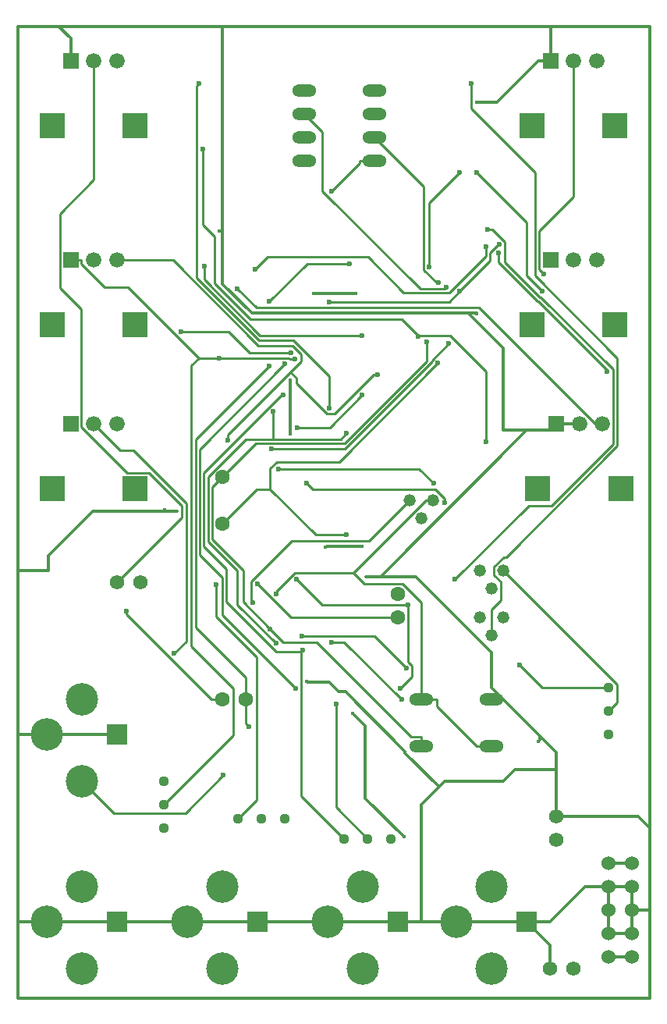
<source format=gbr>
G04 #@! TF.FileFunction,Copper,L2,Bot,Signal*
%FSLAX46Y46*%
G04 Gerber Fmt 4.6, Leading zero omitted, Abs format (unit mm)*
G04 Created by KiCad (PCBNEW 4.0.4-stable) date 09/25/16 23:13:10*
%MOMM*%
%LPD*%
G01*
G04 APERTURE LIST*
%ADD10C,0.100000*%
%ADD11R,2.247900X2.247900*%
%ADD12C,3.515360*%
%ADD13C,1.524000*%
%ADD14C,1.600200*%
%ADD15C,1.574800*%
%ADD16R,1.676400X1.676400*%
%ADD17C,1.676400*%
%ADD18R,2.799080X2.799080*%
%ADD19O,2.641600X1.320800*%
%ADD20C,1.117600*%
%ADD21C,1.320800*%
%ADD22C,0.400000*%
%ADD23C,0.600000*%
%ADD24C,0.380000*%
%ADD25C,0.250000*%
G04 APERTURE END LIST*
D10*
D11*
X90170000Y-118110000D03*
D12*
X82550000Y-118110000D03*
X86360000Y-123190000D03*
X86360000Y-114300000D03*
D11*
X120650000Y-138430000D03*
D12*
X113030000Y-138430000D03*
X116840000Y-143510000D03*
X116840000Y-134620000D03*
D13*
X146050000Y-142240000D03*
X143510000Y-142240000D03*
X146050000Y-139700000D03*
X143510000Y-139700000D03*
X146050000Y-137160000D03*
X143510000Y-137160000D03*
X146050000Y-134620000D03*
X143510000Y-134620000D03*
X146050000Y-132080000D03*
X143510000Y-132080000D03*
D11*
X134620000Y-138430000D03*
D12*
X127000000Y-138430000D03*
X130810000Y-143510000D03*
X130810000Y-134620000D03*
D14*
X101600000Y-95250000D03*
X101600000Y-90170000D03*
X101600000Y-114300000D03*
X104140000Y-114300000D03*
D15*
X92710000Y-101600000D03*
X90170000Y-101600000D03*
D14*
X120650000Y-105410000D03*
X120650000Y-102870000D03*
D15*
X137795000Y-129540000D03*
X137795000Y-127000000D03*
X137160000Y-143510000D03*
X139700000Y-143510000D03*
D16*
X85130640Y-66662300D03*
D17*
X87630000Y-66662300D03*
X90129360Y-66662300D03*
D18*
X92128340Y-73660000D03*
X83131660Y-73660000D03*
D19*
X130810000Y-119380000D03*
X123190000Y-119380000D03*
X123190000Y-114300000D03*
X130810000Y-114300000D03*
D16*
X137835640Y-84442300D03*
D17*
X140335000Y-84442300D03*
X142834360Y-84442300D03*
D18*
X144833340Y-91440000D03*
X135836660Y-91440000D03*
D11*
X105410000Y-138430000D03*
D12*
X97790000Y-138430000D03*
X101600000Y-143510000D03*
X101600000Y-134620000D03*
D16*
X85130640Y-45072300D03*
D17*
X87630000Y-45072300D03*
X90129360Y-45072300D03*
D18*
X92128340Y-52070000D03*
X83131660Y-52070000D03*
D16*
X85130640Y-84442300D03*
D17*
X87630000Y-84442300D03*
X90129360Y-84442300D03*
D18*
X92128340Y-91440000D03*
X83131660Y-91440000D03*
D20*
X95250000Y-128270000D03*
X95250000Y-125730000D03*
X95250000Y-123190000D03*
D19*
X110490000Y-48260000D03*
X110490000Y-50800000D03*
X110490000Y-53340000D03*
X110490000Y-55880000D03*
X118110000Y-55880000D03*
X118110000Y-53340000D03*
X118110000Y-50800000D03*
X118110000Y-48260000D03*
D16*
X137200640Y-66662300D03*
D17*
X139700000Y-66662300D03*
X142199360Y-66662300D03*
D18*
X144198340Y-73660000D03*
X135201660Y-73660000D03*
D21*
X121920000Y-92710000D03*
X123190000Y-94615000D03*
X124460000Y-92710000D03*
X132080000Y-105410000D03*
X130810000Y-107315000D03*
X129540000Y-105410000D03*
X129540000Y-100330000D03*
X130810000Y-102235000D03*
X132080000Y-100330000D03*
D20*
X103251000Y-127254000D03*
X105791000Y-127254000D03*
X108331000Y-127254000D03*
D11*
X90170000Y-138430000D03*
D12*
X82550000Y-138430000D03*
X86360000Y-143510000D03*
X86360000Y-134620000D03*
D20*
X119888000Y-129413000D03*
X117348000Y-129413000D03*
X114808000Y-129413000D03*
D16*
X137200640Y-45072300D03*
D17*
X139700000Y-45072300D03*
X142199360Y-45072300D03*
D18*
X144198340Y-52070000D03*
X135201660Y-52070000D03*
D20*
X143510000Y-113030000D03*
X143510000Y-115570000D03*
X143510000Y-118110000D03*
D22*
X115760000Y-115824000D03*
X121285000Y-129222000D03*
X116713000Y-97663000D03*
X112776000Y-97790000D03*
X111506000Y-70231000D03*
X116078000Y-70231000D03*
X108966000Y-79629000D03*
X108966000Y-85471000D03*
D23*
X125064500Y-69126200D03*
X124996900Y-77827500D03*
X115051100Y-96458400D03*
X106790100Y-106680000D03*
X123745900Y-75489500D03*
X124053100Y-67433000D03*
X127320000Y-57155500D03*
X91181300Y-104757900D03*
X104460000Y-117265400D03*
X115379200Y-67022400D03*
X106659800Y-71149400D03*
X106659800Y-78110000D03*
X100929700Y-101858800D03*
X105384600Y-101731900D03*
X126836900Y-101271800D03*
X130392000Y-63299700D03*
D22*
X129217000Y-49571300D03*
X135890000Y-118887000D03*
X101280000Y-63515800D03*
X118536000Y-100965000D03*
X95287700Y-93715300D03*
X129217000Y-72438700D03*
X110740000Y-112319000D03*
D23*
X101277400Y-77267400D03*
X127349400Y-70052300D03*
X109474800Y-77421400D03*
X113217500Y-71189400D03*
X131621800Y-64932900D03*
X118462600Y-79116600D03*
X102178400Y-86198000D03*
X107405600Y-102828800D03*
X103213600Y-69754400D03*
X96348400Y-109337500D03*
X116772000Y-81317100D03*
X109731900Y-84824600D03*
X116738800Y-74814400D03*
X99645100Y-67293500D03*
X109080600Y-76676800D03*
X97106800Y-74428400D03*
X110285200Y-108980200D03*
X108217000Y-81256200D03*
X113202700Y-82703300D03*
X99072000Y-47465300D03*
X121775500Y-104051100D03*
X109629300Y-101248700D03*
X120912100Y-113103300D03*
X125695300Y-92953000D03*
X110700000Y-90823700D03*
X126185400Y-75702500D03*
X106908100Y-87148600D03*
X125884300Y-69576500D03*
X109529200Y-113144300D03*
X108374800Y-77916400D03*
X113408500Y-59208100D03*
X130199500Y-65215800D03*
X105182300Y-67688800D03*
X104851500Y-103815400D03*
X131538800Y-65866200D03*
X143341000Y-78763000D03*
X115056400Y-85448100D03*
X107405200Y-108224600D03*
X107115100Y-83057400D03*
X99433500Y-54630100D03*
X130206400Y-86386300D03*
X122870000Y-74915200D03*
X113433700Y-108139600D03*
X121032500Y-114340700D03*
X121550200Y-110918800D03*
X110186000Y-107429700D03*
X128559400Y-47514500D03*
X124528000Y-90879600D03*
X107647000Y-89308500D03*
X101684100Y-122549800D03*
X136502400Y-68171200D03*
X136292100Y-70028600D03*
X129217400Y-57144400D03*
X133886300Y-110591100D03*
X113919200Y-114807100D03*
D24*
X117094000Y-117158000D02*
X115760000Y-115824000D01*
X117094000Y-125032000D02*
X117094000Y-117158000D01*
X121285000Y-129222000D02*
X117094000Y-125032000D01*
X143510000Y-132080000D02*
X146050000Y-132080000D01*
X112903000Y-97663000D02*
X116713000Y-97663000D01*
X112776000Y-97790000D02*
X112903000Y-97663000D01*
X116078000Y-70231000D02*
X111506000Y-70231000D01*
X108966000Y-85471000D02*
X108966000Y-79629000D01*
X143510000Y-142240000D02*
X146050000Y-142240000D01*
D25*
X123409600Y-58639600D02*
X118110000Y-53340000D01*
X123409600Y-67693300D02*
X123409600Y-58639600D01*
X124842500Y-69126200D02*
X123409600Y-67693300D01*
X125064500Y-69126200D02*
X124842500Y-69126200D01*
X105351100Y-91498900D02*
X106762400Y-91498900D01*
X101600000Y-95250000D02*
X105351100Y-91498900D01*
X114261500Y-88562900D02*
X124996900Y-77827500D01*
X107474900Y-88562900D02*
X114261500Y-88562900D01*
X106762400Y-89275400D02*
X107474900Y-88562900D01*
X106762400Y-91498900D02*
X106762400Y-89275400D01*
X111721900Y-96458400D02*
X115051100Y-96458400D01*
X106762400Y-91498900D02*
X111721900Y-96458400D01*
X123190000Y-119380000D02*
X123190000Y-118394300D01*
X124053100Y-60422400D02*
X124053100Y-67433000D01*
X127320000Y-57155500D02*
X124053100Y-60422400D01*
X123745900Y-77651300D02*
X123745900Y-75489500D01*
X114882100Y-86515100D02*
X123745900Y-77651300D01*
X105254900Y-86515100D02*
X114882100Y-86515100D01*
X101600000Y-90170000D02*
X105254900Y-86515100D01*
X122097100Y-118394300D02*
X123190000Y-118394300D01*
X111808200Y-108105400D02*
X122097100Y-118394300D01*
X108215500Y-108105400D02*
X111808200Y-108105400D01*
X106790100Y-106680000D02*
X108215500Y-108105400D01*
X100474600Y-91295400D02*
X101600000Y-90170000D01*
X100474600Y-96974100D02*
X100474600Y-91295400D01*
X103852600Y-100352100D02*
X100474600Y-96974100D01*
X103852600Y-103742500D02*
X103852600Y-100352100D01*
X106790100Y-106680000D02*
X103852600Y-103742500D01*
X100426600Y-114300000D02*
X101600000Y-114300000D01*
X91181300Y-105054700D02*
X100426600Y-114300000D01*
X91181300Y-104757900D02*
X91181300Y-105054700D01*
X104140000Y-116945400D02*
X104140000Y-114300000D01*
X104460000Y-117265400D02*
X104140000Y-116945400D01*
X110786800Y-67022400D02*
X115379200Y-67022400D01*
X106659800Y-71149400D02*
X110786800Y-67022400D01*
X98670900Y-86098900D02*
X106659800Y-78110000D01*
X98670900Y-106496700D02*
X98670900Y-86098900D01*
X104140000Y-111965800D02*
X98670900Y-106496700D01*
X104140000Y-114300000D02*
X104140000Y-111965800D01*
X97218400Y-94551600D02*
X90170000Y-101600000D01*
X97218400Y-93271000D02*
X97218400Y-94551600D01*
X93662600Y-89715200D02*
X97218400Y-93271000D01*
X91222200Y-89715200D02*
X93662600Y-89715200D01*
X86294200Y-84787200D02*
X91222200Y-89715200D01*
X86294200Y-72003000D02*
X86294200Y-84787200D01*
X83967000Y-69675800D02*
X86294200Y-72003000D01*
X83967000Y-61597400D02*
X83967000Y-69675800D01*
X87630000Y-57934400D02*
X83967000Y-61597400D01*
X87630000Y-45072300D02*
X87630000Y-57934400D01*
X109062700Y-105410000D02*
X105384600Y-101731900D01*
X120650000Y-105410000D02*
X109062700Y-105410000D01*
X100929700Y-105330800D02*
X100929700Y-101858800D01*
X105309300Y-109710400D02*
X100929700Y-105330800D01*
X105309300Y-125195700D02*
X105309300Y-109710400D01*
X103251000Y-127254000D02*
X105309300Y-125195700D01*
X134848400Y-93260300D02*
X126836900Y-101271800D01*
X137338400Y-93260300D02*
X134848400Y-93260300D01*
X143997900Y-86600800D02*
X137338400Y-93260300D01*
X143997900Y-78515100D02*
X143997900Y-86600800D01*
X136136700Y-70653900D02*
X143997900Y-78515100D01*
X136020400Y-70653900D02*
X136136700Y-70653900D01*
X132247100Y-66880600D02*
X136020400Y-70653900D01*
X132247100Y-64673800D02*
X132247100Y-66880600D01*
X130873000Y-63299700D02*
X132247100Y-64673800D01*
X130392000Y-63299700D02*
X130873000Y-63299700D01*
D24*
X146685000Y-127000000D02*
X147955000Y-128270000D01*
X137795000Y-127000000D02*
X146685000Y-127000000D01*
X132093000Y-85077300D02*
X132080000Y-85090000D01*
X85130600Y-42585600D02*
X83820000Y-41275000D01*
X85130600Y-45072300D02*
X85130600Y-42585600D01*
X127000000Y-138430000D02*
X134620000Y-138430000D01*
X137160000Y-138430000D02*
X134620000Y-138430000D01*
X140970000Y-134620000D02*
X137160000Y-138430000D01*
X143510000Y-134620000D02*
X140970000Y-134620000D01*
X137160000Y-140970000D02*
X137160000Y-143510000D01*
X134620000Y-138430000D02*
X137160000Y-140970000D01*
X146050000Y-137160000D02*
X147955000Y-137160000D01*
X146050000Y-137160000D02*
X146050000Y-134620000D01*
X147955000Y-137160000D02*
X147955000Y-137795000D01*
X79375000Y-146685000D02*
X79375000Y-138430000D01*
X147955000Y-146685000D02*
X79375000Y-146685000D01*
X147955000Y-137795000D02*
X147955000Y-146685000D01*
X79375000Y-41275000D02*
X83820000Y-41275000D01*
X79375000Y-100330000D02*
X79375000Y-41275000D01*
X147955000Y-41275000D02*
X147955000Y-128270000D01*
X137211000Y-41275000D02*
X147955000Y-41275000D01*
X146050000Y-134620000D02*
X143510000Y-134620000D01*
X82550000Y-138430000D02*
X79375000Y-138430000D01*
X134620000Y-85077300D02*
X132093000Y-85077300D01*
X137795000Y-121920000D02*
X137795000Y-127000000D01*
X90170000Y-138430000D02*
X82550000Y-138430000D01*
X105410000Y-138430000D02*
X97790000Y-138430000D01*
X140335000Y-84442300D02*
X137836000Y-84442300D01*
X137201000Y-85077300D02*
X134620000Y-85077300D01*
X137836000Y-84442700D02*
X137201000Y-85077300D01*
X130810000Y-114300000D02*
X131445000Y-113665000D01*
X130810000Y-113030000D02*
X131445000Y-113665000D01*
X130810000Y-109220000D02*
X130810000Y-113030000D01*
X122555000Y-100965000D02*
X130810000Y-109220000D01*
X118936000Y-100965000D02*
X122555000Y-100965000D01*
X137795000Y-120015000D02*
X137795000Y-121920000D01*
X136044000Y-118264000D02*
X137795000Y-120015000D01*
X131445000Y-113665000D02*
X136044000Y-118264000D01*
X136044000Y-118733000D02*
X135890000Y-118887000D01*
X136044000Y-118264000D02*
X136044000Y-118733000D01*
X97790000Y-138430000D02*
X90170000Y-138430000D01*
X118745000Y-100965000D02*
X118536000Y-100965000D01*
X134620000Y-85090000D02*
X118745000Y-100965000D01*
X134620000Y-85077300D02*
X134620000Y-85090000D01*
X87503000Y-93853000D02*
X95150000Y-93853000D01*
X82677000Y-98679000D02*
X87503000Y-93853000D01*
X82677000Y-100330000D02*
X82677000Y-98679000D01*
X79375000Y-100330000D02*
X82677000Y-100330000D01*
X95150000Y-93853000D02*
X96647000Y-93853000D01*
X95150000Y-93853000D02*
X95287700Y-93715300D01*
X117221000Y-100965000D02*
X117158000Y-101028000D01*
X118536000Y-100965000D02*
X117221000Y-100965000D01*
X104775000Y-72390000D02*
X128270000Y-72390000D01*
X101600000Y-69215000D02*
X104775000Y-72390000D01*
X101600000Y-63515800D02*
X101600000Y-69215000D01*
X132093000Y-84442300D02*
X132093000Y-85077300D01*
X132080000Y-84455000D02*
X132093000Y-84442300D01*
X132080000Y-76200000D02*
X132080000Y-84455000D01*
X128270000Y-72390000D02*
X132080000Y-76200000D01*
X129169000Y-72390000D02*
X129217000Y-72438700D01*
X128270000Y-72390000D02*
X129169000Y-72390000D01*
X125730000Y-123190000D02*
X125108000Y-123812000D01*
X132080000Y-123190000D02*
X125730000Y-123190000D01*
X133350000Y-121920000D02*
X132080000Y-123190000D01*
X137795000Y-121920000D02*
X133350000Y-121920000D01*
X123190000Y-125730000D02*
X123190000Y-138430000D01*
X125108000Y-123812000D02*
X123190000Y-125730000D01*
X110836000Y-112414000D02*
X110740000Y-112319000D01*
X113179000Y-112414000D02*
X110836000Y-112414000D01*
X114198000Y-113434000D02*
X113179000Y-112414000D01*
X114929000Y-113434000D02*
X114198000Y-113434000D01*
X121429000Y-119933000D02*
X114929000Y-113434000D01*
X121429000Y-120132000D02*
X121429000Y-119933000D01*
X125108000Y-123812000D02*
X121429000Y-120132000D01*
X127000000Y-138430000D02*
X123190000Y-138430000D01*
X123190000Y-138430000D02*
X120650000Y-138430000D01*
X101600000Y-41275000D02*
X101600000Y-63515800D01*
X101600000Y-63515800D02*
X101280000Y-63515800D01*
X137201000Y-41275000D02*
X137211000Y-41275000D01*
X137211000Y-41285200D02*
X137201000Y-41275000D01*
X137211000Y-41275000D02*
X137211000Y-41285200D01*
X137201000Y-45072300D02*
X137200600Y-45072300D01*
X137201000Y-41275000D02*
X137201000Y-45072300D01*
X131423000Y-49571300D02*
X129217000Y-49571300D01*
X135922000Y-45072300D02*
X131423000Y-49571300D01*
X137200600Y-45072300D02*
X135922000Y-45072300D01*
X120650000Y-138430000D02*
X113030000Y-138430000D01*
X113030000Y-138430000D02*
X105410000Y-138430000D01*
X143510000Y-139700000D02*
X146050000Y-139700000D01*
X146050000Y-139700000D02*
X146050000Y-137160000D01*
X143510000Y-134620000D02*
X143510000Y-137160000D01*
X143510000Y-137160000D02*
X143510000Y-139700000D01*
X79375000Y-138430000D02*
X79375000Y-118110000D01*
X79375000Y-118110000D02*
X79375000Y-100330000D01*
X90170000Y-118110000D02*
X82550000Y-118110000D01*
X82550000Y-118110000D02*
X79375000Y-118110000D01*
X147955000Y-128270000D02*
X147955000Y-137160000D01*
X147955000Y-137160000D02*
X147955000Y-137795000D01*
X83820000Y-41275000D02*
X101600000Y-41275000D01*
X101600000Y-41275000D02*
X137201000Y-41275000D01*
X137836000Y-84442700D02*
X137836000Y-84442500D01*
X137836000Y-84442500D02*
X137836000Y-84442700D01*
X137836000Y-84442300D02*
X137836000Y-84442400D01*
X137836000Y-84442400D02*
X137836000Y-84442500D01*
X137836000Y-84442500D02*
X137836000Y-84442400D01*
X137836000Y-84442400D02*
X137836000Y-84442300D01*
X137836000Y-84442300D02*
X137835600Y-84442300D01*
D25*
X108786900Y-77267400D02*
X101277400Y-77267400D01*
X108940900Y-77421400D02*
X108786900Y-77267400D01*
X109474800Y-77421400D02*
X108940900Y-77421400D01*
X85130600Y-66662300D02*
X86294100Y-66662300D01*
X98220500Y-78090600D02*
X99043700Y-77267400D01*
X98220500Y-108525000D02*
X98220500Y-78090600D01*
X102777000Y-113081500D02*
X98220500Y-108525000D01*
X102777000Y-118203000D02*
X102777000Y-113081500D01*
X95250000Y-125730000D02*
X102777000Y-118203000D01*
X101277400Y-77267400D02*
X99043700Y-77267400D01*
X86294100Y-67025900D02*
X86294100Y-66662300D01*
X88834800Y-69566600D02*
X86294100Y-67025900D01*
X91342900Y-69566600D02*
X88834800Y-69566600D01*
X99043700Y-77267400D02*
X91342900Y-69566600D01*
X126212300Y-71189400D02*
X127349400Y-70052300D01*
X113217500Y-71189400D02*
X126212300Y-71189400D01*
X131578400Y-64932900D02*
X131621800Y-64932900D01*
X130649900Y-65861400D02*
X131578400Y-64932900D01*
X130649900Y-66751800D02*
X130649900Y-65861400D01*
X127349400Y-70052300D02*
X130649900Y-66751800D01*
X118004900Y-79116600D02*
X118462600Y-79116600D01*
X113788700Y-83332800D02*
X118004900Y-79116600D01*
X112916500Y-83332800D02*
X113788700Y-83332800D01*
X109610300Y-80026600D02*
X112916500Y-83332800D01*
X109610300Y-79446200D02*
X109610300Y-80026600D01*
X108972700Y-78808600D02*
X109610300Y-79446200D01*
X102178400Y-85602900D02*
X102178400Y-86198000D01*
X108972700Y-78808600D02*
X102178400Y-85602900D01*
X110134400Y-77646900D02*
X108972700Y-78808600D01*
X110134400Y-76846200D02*
X110134400Y-77646900D01*
X109217400Y-75929200D02*
X110134400Y-76846200D01*
X105519500Y-75929200D02*
X109217400Y-75929200D01*
X96252600Y-66662300D02*
X105519500Y-75929200D01*
X90129400Y-66662300D02*
X96252600Y-66662300D01*
X123701000Y-92710000D02*
X124460000Y-92710000D01*
X115839900Y-100571100D02*
X123701000Y-92710000D01*
X130810000Y-119380000D02*
X129163900Y-119380000D01*
X123190000Y-103811300D02*
X123190000Y-114300000D01*
X121122800Y-101744100D02*
X123190000Y-103811300D01*
X117012900Y-101744100D02*
X121122800Y-101744100D01*
X115839900Y-100571100D02*
X117012900Y-101744100D01*
X124836100Y-115052200D02*
X129163900Y-119380000D01*
X124836100Y-114300000D02*
X124836100Y-115052200D01*
X123190000Y-114300000D02*
X124836100Y-114300000D01*
X107405600Y-102588100D02*
X107405600Y-102828800D01*
X109422600Y-100571100D02*
X107405600Y-102588100D01*
X115839900Y-100571100D02*
X109422600Y-100571100D01*
X105283700Y-71824500D02*
X103213600Y-69754400D01*
X129444900Y-71824500D02*
X105283700Y-71824500D01*
X142062700Y-84442300D02*
X129444900Y-71824500D01*
X142834400Y-84442300D02*
X142062700Y-84442300D01*
X97694000Y-107991900D02*
X96348400Y-109337500D01*
X97694000Y-93071900D02*
X97694000Y-107991900D01*
X91923100Y-87301000D02*
X97694000Y-93071900D01*
X90488700Y-87301000D02*
X91923100Y-87301000D01*
X87630000Y-84442300D02*
X90488700Y-87301000D01*
X113264500Y-84824600D02*
X109731900Y-84824600D01*
X116772000Y-81317100D02*
X113264500Y-84824600D01*
X99645100Y-68780700D02*
X99645100Y-67293500D01*
X105678800Y-74814400D02*
X99645100Y-68780700D01*
X116738800Y-74814400D02*
X105678800Y-74814400D01*
X102284400Y-74428400D02*
X97106800Y-74428400D01*
X104532800Y-76676800D02*
X102284400Y-74428400D01*
X109080600Y-76676800D02*
X104532800Y-76676800D01*
X110164600Y-124769600D02*
X110164600Y-109100800D01*
X114808000Y-129413000D02*
X110164600Y-124769600D01*
X110164600Y-109100800D02*
X110285200Y-108980200D01*
X107395800Y-109100800D02*
X110164600Y-109100800D01*
X102026400Y-103731400D02*
X107395800Y-109100800D01*
X102026400Y-100138400D02*
X102026400Y-103731400D01*
X99571600Y-97683600D02*
X102026400Y-100138400D01*
X99571600Y-89716600D02*
X99571600Y-97683600D01*
X108032000Y-81256200D02*
X99571600Y-89716600D01*
X108217000Y-81256200D02*
X108032000Y-81256200D01*
X113202700Y-79277600D02*
X113202700Y-82703300D01*
X109305000Y-75379900D02*
X113202700Y-79277600D01*
X105607400Y-75379900D02*
X109305000Y-75379900D01*
X98807000Y-68579500D02*
X105607400Y-75379900D01*
X98807000Y-47730300D02*
X98807000Y-68579500D01*
X99072000Y-47465300D02*
X98807000Y-47730300D01*
X112431700Y-104051100D02*
X109629300Y-101248700D01*
X121775500Y-104051100D02*
X112431700Y-104051100D01*
X121775500Y-110259800D02*
X121775500Y-104051100D01*
X121775600Y-110259800D02*
X121775500Y-110259800D01*
X122175500Y-110659700D02*
X121775600Y-110259800D01*
X122175500Y-111839900D02*
X122175500Y-110659700D01*
X120912100Y-113103300D02*
X122175500Y-111839900D01*
X111416400Y-91540100D02*
X110700000Y-90823700D01*
X124698300Y-91540100D02*
X111416400Y-91540100D01*
X125695300Y-92537100D02*
X124698300Y-91540100D01*
X125695300Y-92953000D02*
X125695300Y-92537100D01*
X124371500Y-77516400D02*
X126185400Y-75702500D01*
X124371500Y-77662600D02*
X124371500Y-77516400D01*
X114885500Y-87148600D02*
X124371500Y-77662600D01*
X106908100Y-87148600D02*
X114885500Y-87148600D01*
X112453600Y-52763600D02*
X110490000Y-50800000D01*
X112453600Y-59140200D02*
X112453600Y-52763600D01*
X123065000Y-69751600D02*
X112453600Y-59140200D01*
X125709200Y-69751600D02*
X123065000Y-69751600D01*
X125884300Y-69576500D02*
X125709200Y-69751600D01*
X116463900Y-56152700D02*
X116463900Y-55880000D01*
X113408500Y-59208100D02*
X116463900Y-56152700D01*
X118110000Y-55880000D02*
X116463900Y-55880000D01*
X101576000Y-105191100D02*
X109529200Y-113144300D01*
X101576000Y-101114200D02*
X101576000Y-105191100D01*
X99121200Y-98659400D02*
X101576000Y-101114200D01*
X99121200Y-87170000D02*
X99121200Y-98659400D01*
X108374800Y-77916400D02*
X99121200Y-87170000D01*
X106543000Y-66328100D02*
X105182300Y-67688800D01*
X117393300Y-66328100D02*
X106543000Y-66328100D01*
X121267100Y-70201900D02*
X117393300Y-66328100D01*
X126219500Y-70201900D02*
X121267100Y-70201900D01*
X130199500Y-66221900D02*
X126219500Y-70201900D01*
X130199500Y-65215800D02*
X130199500Y-66221900D01*
X117546300Y-97083700D02*
X121920000Y-92710000D01*
X109143700Y-97083700D02*
X117546300Y-97083700D01*
X104705200Y-101522200D02*
X109143700Y-97083700D01*
X104705200Y-103669100D02*
X104705200Y-101522200D01*
X104851500Y-103815400D02*
X104705200Y-103669100D01*
X143341000Y-78535600D02*
X143341000Y-78763000D01*
X135909600Y-71104200D02*
X143341000Y-78535600D01*
X135762300Y-71104200D02*
X135909600Y-71104200D01*
X131538800Y-66880700D02*
X135762300Y-71104200D01*
X131538800Y-65866200D02*
X131538800Y-66880700D01*
X114440000Y-86064500D02*
X115056400Y-85448100D01*
X107115100Y-86064500D02*
X114440000Y-86064500D01*
X107115100Y-86064600D02*
X107115100Y-86064500D01*
X104093700Y-86064600D02*
X107115100Y-86064600D01*
X100024200Y-90134100D02*
X104093700Y-86064600D01*
X100024200Y-97160600D02*
X100024200Y-90134100D01*
X103219200Y-100355600D02*
X100024200Y-97160600D01*
X103219200Y-104038600D02*
X103219200Y-100355600D01*
X107405200Y-108224600D02*
X103219200Y-104038600D01*
X107115100Y-86064500D02*
X107115100Y-83057400D01*
X130206400Y-78756600D02*
X130206400Y-86386300D01*
X126306300Y-74856500D02*
X130206400Y-78756600D01*
X122870000Y-74856500D02*
X126306300Y-74856500D01*
X121105200Y-73091700D02*
X122870000Y-74856500D01*
X104649500Y-73091700D02*
X121105200Y-73091700D01*
X100738200Y-69180400D02*
X104649500Y-73091700D01*
X100738200Y-64091200D02*
X100738200Y-69180400D01*
X99433500Y-62786500D02*
X100738200Y-64091200D01*
X99433500Y-54630100D02*
X99433500Y-62786500D01*
X122870000Y-74856500D02*
X122870000Y-74915200D01*
X114831400Y-108139600D02*
X113433700Y-108139600D01*
X121032500Y-114340700D02*
X114831400Y-108139600D01*
X118061100Y-107429700D02*
X110186000Y-107429700D01*
X121550200Y-110918800D02*
X118061100Y-107429700D01*
X128559400Y-50213200D02*
X128559400Y-47514500D01*
X135519700Y-57173500D02*
X128559400Y-50213200D01*
X135519700Y-68346200D02*
X135519700Y-57173500D01*
X144448300Y-77274800D02*
X135519700Y-68346200D01*
X144448300Y-86797100D02*
X144448300Y-77274800D01*
X132396600Y-98848800D02*
X144448300Y-86797100D01*
X132147800Y-98848800D02*
X132396600Y-98848800D01*
X131087500Y-99909100D02*
X132147800Y-98848800D01*
X131087500Y-100802000D02*
X131087500Y-99909100D01*
X131809800Y-101524300D02*
X131087500Y-100802000D01*
X131809800Y-103524300D02*
X131809800Y-101524300D01*
X130810000Y-104524100D02*
X131809800Y-103524300D01*
X130810000Y-107315000D02*
X130810000Y-104524100D01*
X122956900Y-89308500D02*
X124528000Y-90879600D01*
X107647000Y-89308500D02*
X122956900Y-89308500D01*
X144404800Y-114675200D02*
X143510000Y-115570000D01*
X144404800Y-112654800D02*
X144404800Y-114675200D01*
X132080000Y-100330000D02*
X144404800Y-112654800D01*
X97570400Y-126663500D02*
X101684100Y-122549800D01*
X89833500Y-126663500D02*
X97570400Y-126663500D01*
X86360000Y-123190000D02*
X89833500Y-126663500D01*
X135987000Y-67655800D02*
X136502400Y-68171200D01*
X135987000Y-63506400D02*
X135987000Y-67655800D01*
X139700000Y-59793400D02*
X135987000Y-63506400D01*
X139700000Y-45072300D02*
X139700000Y-59793400D01*
X134624000Y-68360500D02*
X136292100Y-70028600D01*
X134624000Y-62551000D02*
X134624000Y-68360500D01*
X129217400Y-57144400D02*
X134624000Y-62551000D01*
X136325200Y-113030000D02*
X133886300Y-110591100D01*
X143510000Y-113030000D02*
X136325200Y-113030000D01*
X113919200Y-125984200D02*
X113919200Y-114807100D01*
X117348000Y-129413000D02*
X113919200Y-125984200D01*
M02*

</source>
